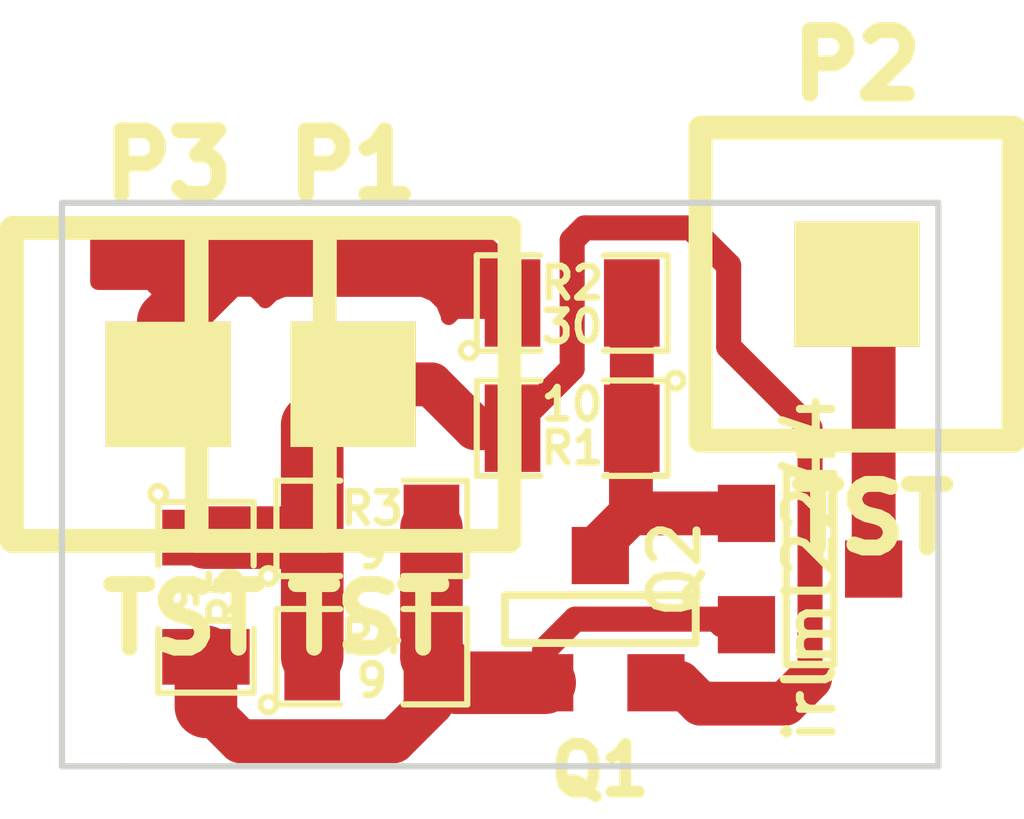
<source format=kicad_pcb>
(kicad_pcb (version 3) (host pcbnew "(2013-07-07 BZR 4022)-stable")

  (general
    (links 14)
    (no_connects 0)
    (area 212.256139 124.41088 229.143861 137.47877)
    (thickness 1.6)
    (drawings 6)
    (tracks 46)
    (zones 0)
    (modules 10)
    (nets 6)
  )

  (page A3)
  (layers
    (15 F.Cu signal)
    (0 B.Cu signal)
    (16 B.Adhes user)
    (17 F.Adhes user)
    (18 B.Paste user)
    (19 F.Paste user)
    (20 B.SilkS user)
    (21 F.SilkS user)
    (22 B.Mask user)
    (23 F.Mask user)
    (24 Dwgs.User user)
    (25 Cmts.User user)
    (26 Eco1.User user)
    (27 Eco2.User user)
    (28 Edge.Cuts user)
  )

  (setup
    (last_trace_width 0.4)
    (user_trace_width 0.4)
    (user_trace_width 0.7)
    (user_trace_width 1)
    (trace_clearance 0.254)
    (zone_clearance 0.4)
    (zone_45_only no)
    (trace_min 0.254)
    (segment_width 0.2)
    (edge_width 0.1)
    (via_size 0.889)
    (via_drill 0.635)
    (via_min_size 0.889)
    (via_min_drill 0.508)
    (uvia_size 0.508)
    (uvia_drill 0.127)
    (uvias_allowed no)
    (uvia_min_size 0.508)
    (uvia_min_drill 0.127)
    (pcb_text_width 0.3)
    (pcb_text_size 1.5 1.5)
    (mod_edge_width 0.15)
    (mod_text_size 1 1)
    (mod_text_width 0.15)
    (pad_size 2 2)
    (pad_drill 0)
    (pad_to_mask_clearance 0)
    (aux_axis_origin 0 0)
    (visible_elements FFFFFFBF)
    (pcbplotparams
      (layerselection 3178497)
      (usegerberextensions true)
      (excludeedgelayer true)
      (linewidth 0.150000)
      (plotframeref false)
      (viasonmask false)
      (mode 1)
      (useauxorigin false)
      (hpglpennumber 1)
      (hpglpenspeed 20)
      (hpglpendiameter 15)
      (hpglpenoverlay 2)
      (psnegative false)
      (psa4output false)
      (plotreference true)
      (plotvalue true)
      (plotothertext true)
      (plotinvisibletext false)
      (padsonsilk false)
      (subtractmaskfromsilk false)
      (outputformat 1)
      (mirror false)
      (drillshape 1)
      (scaleselection 1)
      (outputdirectory ../../../_temp/curlim/))
  )

  (net 0 "")
  (net 1 GND)
  (net 2 N-000001)
  (net 3 N-000003)
  (net 4 N-000004)
  (net 5 N-000005)

  (net_class Default "This is the default net class."
    (clearance 0.254)
    (trace_width 0.254)
    (via_dia 0.889)
    (via_drill 0.635)
    (uvia_dia 0.508)
    (uvia_drill 0.127)
    (add_net "")
    (add_net GND)
    (add_net N-000001)
    (add_net N-000003)
    (add_net N-000004)
    (add_net N-000005)
  )

  (module SOT23GDS (layer F.Cu) (tedit 50911E03) (tstamp 526FEB4A)
    (at 225.45 133.35 90)
    (descr "Module CMS SOT23 Transistore EBC")
    (tags "CMS SOT")
    (path /526FE85F)
    (attr smd)
    (fp_text reference Q2 (at 0 -2.159 90) (layer F.SilkS)
      (effects (font (size 0.762 0.762) (thickness 0.12954)))
    )
    (fp_text value irlml2244 (at 0 0 90) (layer F.SilkS)
      (effects (font (size 0.762 0.762) (thickness 0.12954)))
    )
    (fp_line (start -1.524 -0.381) (end 1.524 -0.381) (layer F.SilkS) (width 0.11938))
    (fp_line (start 1.524 -0.381) (end 1.524 0.381) (layer F.SilkS) (width 0.11938))
    (fp_line (start 1.524 0.381) (end -1.524 0.381) (layer F.SilkS) (width 0.11938))
    (fp_line (start -1.524 0.381) (end -1.524 -0.381) (layer F.SilkS) (width 0.11938))
    (pad S smd rect (at -0.889 -1.016 90) (size 0.9144 0.9144)
      (layers F.Cu F.Paste F.Mask)
      (net 4 N-000004)
    )
    (pad G smd rect (at 0.889 -1.016 90) (size 0.9144 0.9144)
      (layers F.Cu F.Paste F.Mask)
      (net 2 N-000001)
    )
    (pad D smd rect (at 0 1.016 90) (size 0.9144 0.9144)
      (layers F.Cu F.Paste F.Mask)
      (net 3 N-000003)
    )
    (model smd/cms_sot23.wrl
      (at (xyz 0 0 0))
      (scale (xyz 0.13 0.15 0.15))
      (rotate (xyz 0 0 0))
    )
  )

  (module SOT23EBC (layer F.Cu) (tedit 3F980186) (tstamp 526FEB55)
    (at 222.1 134.15 180)
    (descr "Module CMS SOT23 Transistore EBC")
    (tags "CMS SOT")
    (path /526FE87D)
    (attr smd)
    (fp_text reference Q1 (at 0 -2.413 180) (layer F.SilkS)
      (effects (font (size 0.762 0.762) (thickness 0.2032)))
    )
    (fp_text value bc857 (at 0 0 180) (layer F.SilkS) hide
      (effects (font (size 0.762 0.762) (thickness 0.2032)))
    )
    (fp_line (start -1.524 -0.381) (end 1.524 -0.381) (layer F.SilkS) (width 0.127))
    (fp_line (start 1.524 -0.381) (end 1.524 0.381) (layer F.SilkS) (width 0.127))
    (fp_line (start 1.524 0.381) (end -1.524 0.381) (layer F.SilkS) (width 0.127))
    (fp_line (start -1.524 0.381) (end -1.524 -0.381) (layer F.SilkS) (width 0.127))
    (pad 1 smd rect (at -0.889 -1.016 180) (size 0.9144 0.9144)
      (layers F.Cu F.Paste F.Mask)
      (net 5 N-000005)
    )
    (pad 2 smd rect (at 0.889 -1.016 180) (size 0.9144 0.9144)
      (layers F.Cu F.Paste F.Mask)
      (net 4 N-000004)
    )
    (pad 3 smd rect (at 0 1.016 180) (size 0.9144 0.9144)
      (layers F.Cu F.Paste F.Mask)
      (net 2 N-000001)
    )
    (model smd/cms_sot23.wrl
      (at (xyz 0 0 0))
      (scale (xyz 0.13 0.15 0.15))
      (rotate (xyz 0 0 0))
    )
  )

  (module SM0805 (layer F.Cu) (tedit 5091495C) (tstamp 526FEB62)
    (at 218.45 134.75)
    (path /526FE86E)
    (attr smd)
    (fp_text reference R4 (at 0 -0.3175) (layer F.SilkS)
      (effects (font (size 0.50038 0.50038) (thickness 0.10922)))
    )
    (fp_text value 9 (at 0 0.381) (layer F.SilkS)
      (effects (font (size 0.50038 0.50038) (thickness 0.10922)))
    )
    (fp_circle (center -1.651 0.762) (end -1.651 0.635) (layer F.SilkS) (width 0.09906))
    (fp_line (start -0.508 0.762) (end -1.524 0.762) (layer F.SilkS) (width 0.09906))
    (fp_line (start -1.524 0.762) (end -1.524 -0.762) (layer F.SilkS) (width 0.09906))
    (fp_line (start -1.524 -0.762) (end -0.508 -0.762) (layer F.SilkS) (width 0.09906))
    (fp_line (start 0.508 -0.762) (end 1.524 -0.762) (layer F.SilkS) (width 0.09906))
    (fp_line (start 1.524 -0.762) (end 1.524 0.762) (layer F.SilkS) (width 0.09906))
    (fp_line (start 1.524 0.762) (end 0.508 0.762) (layer F.SilkS) (width 0.09906))
    (pad 1 smd rect (at -0.9525 0) (size 0.889 1.397)
      (layers F.Cu F.Paste F.Mask)
      (net 5 N-000005)
    )
    (pad 2 smd rect (at 0.9525 0) (size 0.889 1.397)
      (layers F.Cu F.Paste F.Mask)
      (net 4 N-000004)
    )
    (model smd/chip_cms.wrl
      (at (xyz 0 0 0))
      (scale (xyz 0.1 0.1 0.1))
      (rotate (xyz 0 0 0))
    )
  )

  (module SM0805 (layer F.Cu) (tedit 5091495C) (tstamp 526FEB6F)
    (at 218.45 132.7)
    (path /526FE88D)
    (attr smd)
    (fp_text reference R3 (at 0 -0.3175) (layer F.SilkS)
      (effects (font (size 0.50038 0.50038) (thickness 0.10922)))
    )
    (fp_text value 9 (at 0 0.381) (layer F.SilkS)
      (effects (font (size 0.50038 0.50038) (thickness 0.10922)))
    )
    (fp_circle (center -1.651 0.762) (end -1.651 0.635) (layer F.SilkS) (width 0.09906))
    (fp_line (start -0.508 0.762) (end -1.524 0.762) (layer F.SilkS) (width 0.09906))
    (fp_line (start -1.524 0.762) (end -1.524 -0.762) (layer F.SilkS) (width 0.09906))
    (fp_line (start -1.524 -0.762) (end -0.508 -0.762) (layer F.SilkS) (width 0.09906))
    (fp_line (start 0.508 -0.762) (end 1.524 -0.762) (layer F.SilkS) (width 0.09906))
    (fp_line (start 1.524 -0.762) (end 1.524 0.762) (layer F.SilkS) (width 0.09906))
    (fp_line (start 1.524 0.762) (end 0.508 0.762) (layer F.SilkS) (width 0.09906))
    (pad 1 smd rect (at -0.9525 0) (size 0.889 1.397)
      (layers F.Cu F.Paste F.Mask)
      (net 5 N-000005)
    )
    (pad 2 smd rect (at 0.9525 0) (size 0.889 1.397)
      (layers F.Cu F.Paste F.Mask)
      (net 4 N-000004)
    )
    (model smd/chip_cms.wrl
      (at (xyz 0 0 0))
      (scale (xyz 0.1 0.1 0.1))
      (rotate (xyz 0 0 0))
    )
  )

  (module SM0805 (layer F.Cu) (tedit 5091495C) (tstamp 526FEB7C)
    (at 215.8 133.8 270)
    (path /526FE893)
    (attr smd)
    (fp_text reference R5 (at 0 -0.3175 270) (layer F.SilkS)
      (effects (font (size 0.50038 0.50038) (thickness 0.10922)))
    )
    (fp_text value 9 (at 0 0.381 270) (layer F.SilkS)
      (effects (font (size 0.50038 0.50038) (thickness 0.10922)))
    )
    (fp_circle (center -1.651 0.762) (end -1.651 0.635) (layer F.SilkS) (width 0.09906))
    (fp_line (start -0.508 0.762) (end -1.524 0.762) (layer F.SilkS) (width 0.09906))
    (fp_line (start -1.524 0.762) (end -1.524 -0.762) (layer F.SilkS) (width 0.09906))
    (fp_line (start -1.524 -0.762) (end -0.508 -0.762) (layer F.SilkS) (width 0.09906))
    (fp_line (start 0.508 -0.762) (end 1.524 -0.762) (layer F.SilkS) (width 0.09906))
    (fp_line (start 1.524 -0.762) (end 1.524 0.762) (layer F.SilkS) (width 0.09906))
    (fp_line (start 1.524 0.762) (end 0.508 0.762) (layer F.SilkS) (width 0.09906))
    (pad 1 smd rect (at -0.9525 0 270) (size 0.889 1.397)
      (layers F.Cu F.Paste F.Mask)
      (net 5 N-000005)
    )
    (pad 2 smd rect (at 0.9525 0 270) (size 0.889 1.397)
      (layers F.Cu F.Paste F.Mask)
      (net 4 N-000004)
    )
    (model smd/chip_cms.wrl
      (at (xyz 0 0 0))
      (scale (xyz 0.1 0.1 0.1))
      (rotate (xyz 0 0 0))
    )
  )

  (module SM0805 (layer F.Cu) (tedit 5091495C) (tstamp 526FEB89)
    (at 221.65 131.1 180)
    (path /526FE943)
    (attr smd)
    (fp_text reference R1 (at 0 -0.3175 180) (layer F.SilkS)
      (effects (font (size 0.50038 0.50038) (thickness 0.10922)))
    )
    (fp_text value 10 (at 0 0.381 180) (layer F.SilkS)
      (effects (font (size 0.50038 0.50038) (thickness 0.10922)))
    )
    (fp_circle (center -1.651 0.762) (end -1.651 0.635) (layer F.SilkS) (width 0.09906))
    (fp_line (start -0.508 0.762) (end -1.524 0.762) (layer F.SilkS) (width 0.09906))
    (fp_line (start -1.524 0.762) (end -1.524 -0.762) (layer F.SilkS) (width 0.09906))
    (fp_line (start -1.524 -0.762) (end -0.508 -0.762) (layer F.SilkS) (width 0.09906))
    (fp_line (start 0.508 -0.762) (end 1.524 -0.762) (layer F.SilkS) (width 0.09906))
    (fp_line (start 1.524 -0.762) (end 1.524 0.762) (layer F.SilkS) (width 0.09906))
    (fp_line (start 1.524 0.762) (end 0.508 0.762) (layer F.SilkS) (width 0.09906))
    (pad 1 smd rect (at -0.9525 0 180) (size 0.889 1.397)
      (layers F.Cu F.Paste F.Mask)
      (net 2 N-000001)
    )
    (pad 2 smd rect (at 0.9525 0 180) (size 0.889 1.397)
      (layers F.Cu F.Paste F.Mask)
      (net 5 N-000005)
    )
    (model smd/chip_cms.wrl
      (at (xyz 0 0 0))
      (scale (xyz 0.1 0.1 0.1))
      (rotate (xyz 0 0 0))
    )
  )

  (module SM0805 (layer F.Cu) (tedit 5091495C) (tstamp 526FEB96)
    (at 221.65 129.1)
    (path /526FE950)
    (attr smd)
    (fp_text reference R2 (at 0 -0.3175) (layer F.SilkS)
      (effects (font (size 0.50038 0.50038) (thickness 0.10922)))
    )
    (fp_text value 30 (at 0 0.381) (layer F.SilkS)
      (effects (font (size 0.50038 0.50038) (thickness 0.10922)))
    )
    (fp_circle (center -1.651 0.762) (end -1.651 0.635) (layer F.SilkS) (width 0.09906))
    (fp_line (start -0.508 0.762) (end -1.524 0.762) (layer F.SilkS) (width 0.09906))
    (fp_line (start -1.524 0.762) (end -1.524 -0.762) (layer F.SilkS) (width 0.09906))
    (fp_line (start -1.524 -0.762) (end -0.508 -0.762) (layer F.SilkS) (width 0.09906))
    (fp_line (start 0.508 -0.762) (end 1.524 -0.762) (layer F.SilkS) (width 0.09906))
    (fp_line (start 1.524 -0.762) (end 1.524 0.762) (layer F.SilkS) (width 0.09906))
    (fp_line (start 1.524 0.762) (end 0.508 0.762) (layer F.SilkS) (width 0.09906))
    (pad 1 smd rect (at -0.9525 0) (size 0.889 1.397)
      (layers F.Cu F.Paste F.Mask)
      (net 1 GND)
    )
    (pad 2 smd rect (at 0.9525 0) (size 0.889 1.397)
      (layers F.Cu F.Paste F.Mask)
      (net 2 N-000001)
    )
    (model smd/chip_cms.wrl
      (at (xyz 0 0 0))
      (scale (xyz 0.1 0.1 0.1))
      (rotate (xyz 0 0 0))
    )
  )

  (module 1PIN_SMD (layer F.Cu) (tedit 526FEB9B) (tstamp 526FEB9F)
    (at 218.15 130.4)
    (descr "module 1 pin (ou trou mecanique de percage)")
    (tags DEV)
    (path /526FE9DB)
    (fp_text reference P1 (at 0 -3.50012) (layer F.SilkS)
      (effects (font (size 1.016 1.016) (thickness 0.254)))
    )
    (fp_text value TST (at 0.24892 3.74904) (layer F.SilkS)
      (effects (font (size 1.016 1.016) (thickness 0.254)))
    )
    (fp_line (start -2.49936 -2.49936) (end 2.49936 -2.49936) (layer F.SilkS) (width 0.381))
    (fp_line (start 2.49936 -2.49936) (end 2.49936 2.49936) (layer F.SilkS) (width 0.381))
    (fp_line (start 2.49936 2.49936) (end -2.49936 2.49936) (layer F.SilkS) (width 0.381))
    (fp_line (start -2.49936 2.49936) (end -2.49936 -2.49936) (layer F.SilkS) (width 0.381))
    (pad 1 smd rect (at 0 0) (size 2 2)
      (layers F.Cu F.Paste F.SilkS F.Mask)
      (net 5 N-000005)
    )
  )

  (module 1PIN_SMD (layer F.Cu) (tedit 526FEBA4) (tstamp 526FEBA8)
    (at 226.2 128.8)
    (descr "module 1 pin (ou trou mecanique de percage)")
    (tags DEV)
    (path /526FE9E8)
    (fp_text reference P2 (at 0 -3.50012) (layer F.SilkS)
      (effects (font (size 1.016 1.016) (thickness 0.254)))
    )
    (fp_text value TST (at 0.24892 3.74904) (layer F.SilkS)
      (effects (font (size 1.016 1.016) (thickness 0.254)))
    )
    (fp_line (start -2.49936 -2.49936) (end 2.49936 -2.49936) (layer F.SilkS) (width 0.381))
    (fp_line (start 2.49936 -2.49936) (end 2.49936 2.49936) (layer F.SilkS) (width 0.381))
    (fp_line (start 2.49936 2.49936) (end -2.49936 2.49936) (layer F.SilkS) (width 0.381))
    (fp_line (start -2.49936 2.49936) (end -2.49936 -2.49936) (layer F.SilkS) (width 0.381))
    (pad 1 smd rect (at 0 0) (size 2 2)
      (layers F.Cu F.Paste F.SilkS F.Mask)
      (net 3 N-000003)
    )
  )

  (module 1PIN_SMD (layer F.Cu) (tedit 526FEBA9) (tstamp 526FEBC3)
    (at 215.2 130.4)
    (descr "module 1 pin (ou trou mecanique de percage)")
    (tags DEV)
    (path /526FEC96)
    (fp_text reference P3 (at 0 -3.50012) (layer F.SilkS)
      (effects (font (size 1.016 1.016) (thickness 0.254)))
    )
    (fp_text value TST (at 0.24892 3.74904) (layer F.SilkS)
      (effects (font (size 1.016 1.016) (thickness 0.254)))
    )
    (fp_line (start -2.49936 -2.49936) (end 2.49936 -2.49936) (layer F.SilkS) (width 0.381))
    (fp_line (start 2.49936 -2.49936) (end 2.49936 2.49936) (layer F.SilkS) (width 0.381))
    (fp_line (start 2.49936 2.49936) (end -2.49936 2.49936) (layer F.SilkS) (width 0.381))
    (fp_line (start -2.49936 2.49936) (end -2.49936 -2.49936) (layer F.SilkS) (width 0.381))
    (pad 1 smd rect (at 0 0) (size 2 2)
      (layers F.Cu F.Paste F.SilkS F.Mask)
      (net 1 GND)
    )
  )

  (gr_line (start 213.5 127.5) (end 214.5 127.5) (angle 90) (layer Edge.Cuts) (width 0.1))
  (gr_line (start 213.5 136.5) (end 213.5 127.5) (angle 90) (layer Edge.Cuts) (width 0.1))
  (gr_line (start 214.5 136.5) (end 213.5 136.5) (angle 90) (layer Edge.Cuts) (width 0.1))
  (gr_line (start 227.5 136.5) (end 214.5 136.5) (angle 90) (layer Edge.Cuts) (width 0.1))
  (gr_line (start 227.5 127.5) (end 227.5 136.5) (angle 90) (layer Edge.Cuts) (width 0.1))
  (gr_line (start 214.5 127.5) (end 227.5 127.5) (angle 90) (layer Edge.Cuts) (width 0.1))

  (segment (start 220.6975 129.1) (end 220.0975 128.5) (width 0.7) (layer F.Cu) (net 1))
  (segment (start 215.2 129.4) (end 216.1 128.5) (width 1) (layer F.Cu) (net 1) (tstamp 526FED95))
  (segment (start 216.1 128.5) (end 220.0975 128.5) (width 1) (layer F.Cu) (net 1) (tstamp 526FED96))
  (segment (start 215.2 129.4) (end 215.2 130.4) (width 1) (layer F.Cu) (net 1))
  (segment (start 222.589 132.461) (end 222.589 131.1135) (width 0.7) (layer F.Cu) (net 2))
  (segment (start 222.589 131.1135) (end 222.6025 131.1) (width 0.7) (layer F.Cu) (net 2) (tstamp 526FEE58))
  (segment (start 222.6025 131.1) (end 222.6025 129.1) (width 0.7) (layer F.Cu) (net 2))
  (segment (start 222.1 133.134) (end 222.1 132.95) (width 0.7) (layer F.Cu) (net 2))
  (segment (start 222.1 132.95) (end 222.589 132.461) (width 0.7) (layer F.Cu) (net 2) (tstamp 526FEDB5))
  (segment (start 222.589 132.461) (end 224.434 132.461) (width 0.7) (layer F.Cu) (net 2) (tstamp 526FEDB6))
  (segment (start 226.466 133.35) (end 226.466 129.066) (width 0.7) (layer F.Cu) (net 3))
  (segment (start 226.466 129.066) (end 226.2 128.8) (width 0.7) (layer F.Cu) (net 3) (tstamp 526FEDE3))
  (segment (start 224.434 134.239) (end 224.039 134.239) (width 0.4) (layer F.Cu) (net 4))
  (segment (start 221.211 134.639) (end 221.211 135.166) (width 0.4) (layer F.Cu) (net 4) (tstamp 526FEDFC))
  (segment (start 221.7 134.15) (end 221.211 134.639) (width 0.4) (layer F.Cu) (net 4) (tstamp 526FEDFB))
  (segment (start 223.95 134.15) (end 221.7 134.15) (width 0.4) (layer F.Cu) (net 4) (tstamp 526FEDF8))
  (segment (start 224.039 134.239) (end 223.95 134.15) (width 0.4) (layer F.Cu) (net 4) (tstamp 526FEDF7))
  (segment (start 221.211 135.166) (end 219.8185 135.166) (width 1) (layer F.Cu) (net 4))
  (segment (start 219.8185 135.166) (end 219.4025 134.75) (width 1) (layer F.Cu) (net 4) (tstamp 526FEDA6))
  (segment (start 215.8 134.7525) (end 215.8 135.55) (width 1) (layer F.Cu) (net 4))
  (segment (start 219.4025 135.4975) (end 219.4025 134.75) (width 0.7) (layer F.Cu) (net 4) (tstamp 526FEDA4))
  (segment (start 218.8 136.1) (end 219.4025 135.4975) (width 0.7) (layer F.Cu) (net 4) (tstamp 526FEDA3))
  (segment (start 216.35 136.1) (end 218.8 136.1) (width 0.7) (layer F.Cu) (net 4) (tstamp 526FEDA2))
  (segment (start 215.8 135.55) (end 216.35 136.1) (width 0.7) (layer F.Cu) (net 4) (tstamp 526FEDA1))
  (segment (start 219.4025 132.7) (end 219.4025 134.75) (width 1) (layer F.Cu) (net 4))
  (segment (start 221.65 128.55) (end 221.65 130.1475) (width 0.4) (layer F.Cu) (net 5))
  (segment (start 223.366 135.166) (end 223.7 135.5) (width 0.7) (layer F.Cu) (net 5) (tstamp 526FEE0C))
  (segment (start 223.7 135.5) (end 225.05 135.5) (width 0.7) (layer F.Cu) (net 5) (tstamp 526FEE10))
  (segment (start 225.05 135.5) (end 225.45 135.1) (width 0.7) (layer F.Cu) (net 5) (tstamp 526FEE11))
  (segment (start 225.45 135.1) (end 225.45 131.1) (width 0.4) (layer F.Cu) (net 5) (tstamp 526FEE14))
  (segment (start 225.45 131.1) (end 224.15 129.8) (width 0.4) (layer F.Cu) (net 5) (tstamp 526FEE15))
  (segment (start 224.15 129.8) (end 224.15 128.5) (width 0.4) (layer F.Cu) (net 5) (tstamp 526FEE1C))
  (segment (start 224.15 128.5) (end 223.55 127.9) (width 0.4) (layer F.Cu) (net 5) (tstamp 526FEE20))
  (segment (start 223.55 127.9) (end 221.85 127.9) (width 0.4) (layer F.Cu) (net 5) (tstamp 526FEE22))
  (segment (start 221.85 127.9) (end 221.65 128.1) (width 0.4) (layer F.Cu) (net 5) (tstamp 526FEE24))
  (segment (start 221.65 128.1) (end 221.65 128.55) (width 0.4) (layer F.Cu) (net 5) (tstamp 526FEE26))
  (segment (start 222.989 135.166) (end 223.366 135.166) (width 0.7) (layer F.Cu) (net 5))
  (segment (start 221.65 130.1475) (end 220.6975 131.1) (width 0.4) (layer F.Cu) (net 5) (tstamp 526FEE5C))
  (segment (start 220.6975 131.1) (end 220.1 131.1) (width 0.7) (layer F.Cu) (net 5))
  (segment (start 219.4 130.4) (end 218.15 130.4) (width 0.7) (layer F.Cu) (net 5) (tstamp 526FEE48))
  (segment (start 220.1 131.1) (end 219.4 130.4) (width 0.7) (layer F.Cu) (net 5) (tstamp 526FEE44))
  (segment (start 217.4975 134.75) (end 217.4975 132.7) (width 1) (layer F.Cu) (net 5))
  (segment (start 217.4975 132.7) (end 217.35 132.8475) (width 1) (layer F.Cu) (net 5))
  (segment (start 217.35 132.8475) (end 215.8 132.8475) (width 1) (layer F.Cu) (net 5) (tstamp 526FED9B))
  (segment (start 218.15 130.4) (end 217.4975 131.0525) (width 1) (layer F.Cu) (net 5))
  (segment (start 217.4975 131.0525) (end 217.4975 132.7) (width 1) (layer F.Cu) (net 5) (tstamp 526FED99))

  (zone (net 1) (net_name GND) (layer F.Cu) (tstamp 526FEEA2) (hatch edge 0.508)
    (connect_pads (clearance 0.4))
    (min_thickness 0.254)
    (fill (arc_segments 16) (thermal_gap 0.508) (thermal_bridge_width 0.508))
    (polygon
      (pts
        (xy 227.5 136.5) (xy 213.5 136.5) (xy 213.5 127.5) (xy 227.5 127.5)
      )
    )
    (filled_polygon
      (pts
        (xy 220.8445 129.227) (xy 220.8245 129.227) (xy 220.8245 129.247) (xy 220.5705 129.247) (xy 220.5705 129.227)
        (xy 219.77675 129.227) (xy 219.677091 129.326659) (xy 219.677091 129.295633) (xy 219.597029 129.101868) (xy 219.448911 128.953492)
        (xy 219.255286 128.873092) (xy 219.045633 128.872909) (xy 217.045633 128.872909) (xy 216.851868 128.952971) (xy 216.745879 129.058775)
        (xy 216.738013 129.039832) (xy 216.559229 128.861359) (xy 216.325755 128.76489) (xy 215.48575 128.765) (xy 215.327 128.92375)
        (xy 215.327 130.273) (xy 215.347 130.273) (xy 215.347 130.527) (xy 215.327 130.527) (xy 215.327 130.547)
        (xy 215.073 130.547) (xy 215.073 130.527) (xy 215.053 130.527) (xy 215.053 130.273) (xy 215.073 130.273)
        (xy 215.073 128.92375) (xy 214.91425 128.765) (xy 214.077 128.76489) (xy 214.077 128.077) (xy 214.5 128.077)
        (xy 219.700176 128.077) (xy 219.618111 128.274636) (xy 219.61789 128.527255) (xy 219.618 128.81425) (xy 219.77675 128.973)
        (xy 220.5705 128.973) (xy 220.5705 128.953) (xy 220.8245 128.953) (xy 220.8245 128.973) (xy 220.8445 128.973)
        (xy 220.8445 129.227)
      )
    )
  )
)

</source>
